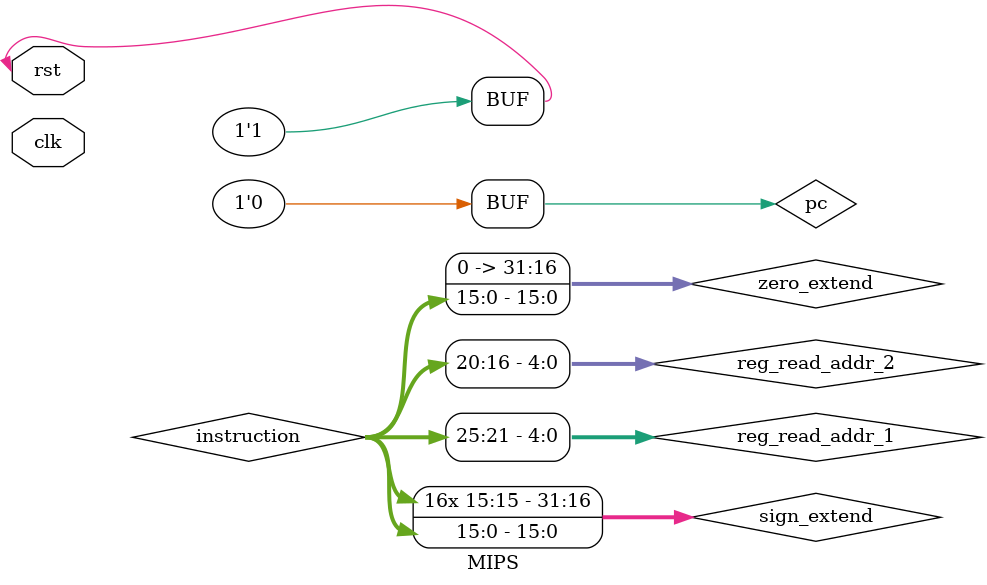
<source format=v>
`timescale 1ns / 1ps
module MIPS(
    input clk,
	 input rst
    );
	 wire[31:0] instruction;
	 wire reg_dst,reg_write,alu_op,alu_src,branch,mem_read,mem_write,mem_to_reg;
	 wire [3:0] alu_sel;
	 wire reg_write_en;
	 wire [4:0] reg_write_dest; 
	 wire [31:0] reg_write_data; 
    wire [4:0] reg_read_addr_1; 
    wire [31:0] reg_read_data_1; 
	 wire [4:0] reg_read_addr_2;
	 wire [31:0] reg_read_data_2;
	 wire [31:0] alu_input1;
	 wire [31:0] alu_input2;
	 wire [31:0] alu_output;
	 wire alu_zero;
	 wire [31:0] data_from_mem;
	 wire [31:0] sign_extend;
	 wire [31:0] zero_extend;
	 assign pc = 32'd0;
	 assign rst = 1;
	 assign zero_extend = {{16{1'b0}},instruction[15:0]}; 
	 assign sign_extend = {{16{instruction[15]}},instruction[15:0]}; 
	 //wire [31:0] pc_curr, pc_nxt;
	 
	//ProgramCounter p_counter( .clk(clk), .rst(rst), .pc_in(pc_curr), .pc_out(pc_nxt));
	 
	InstructionMemory instr_mem(.pc(pc), .instruction(instruction));
	ControlUnit control_unit(.opcode(instruction[31:26]),
		.reg_dst(reg_dst),
		.reg_write(reg_write),
		.alu_op(alu_op),
		.alu_src(alu_src),
		.branch(branch),
		.mem_read(mem_read),
		.mem_write(mem_write),
		.mem_to_reg(mem_to_reg)
	);
	ALUControl alu_ctrl(
		.func(instruction[5:0]),
		.opcode(instruction[31:26]),
		.alu_op(alu_op),
		.alu_sel(alu_sel)
	);
	assign reg_write_dest = reg_dst ? instruction[15:11] : instruction[20:16];  //0 rt 1 rd
	assign reg_write_data = mem_to_reg ? data_from_mem : alu_output; 
	assign reg_read_addr_1 = instruction[25:21]; //rs
	assign reg_read_addr_2 = instruction[20:16]; //rt
	RegisterFile reg_file(
		.clk(clk),
		.rst(rst),
		.reg_write_en(reg_write), //control
		.reg_write_dest(reg_write_dest), //mux
		.reg_write_data(reg_write_data), //mux
		.reg_read_addr_1(reg_read_addr_1),  //from instruction (rs)
		.reg_read_data_1(reg_read_data_1), //goes to alu
		.reg_read_addr_2(reg_read_addr_2), //from instruction (rt)
		.reg_read_data_2(reg_read_data_2) //goes to mux with alu_src as select
	);
	assign alu_input2 = alu_src ? sign_extend : reg_read_data_2;
	ALU alu(
		.a(reg_read_data_1), //register
		.b(alu_input2), //mux done
		.alu_sel(alu_sel), //control
		.alu_out(alu_output), //goes to memory address
		.zero(alu_zero)
	);
	DataMemory data_mem(
		.clk(clk),
		.addr(alu_output),
		.write_en(mem_write),
		.write_data(reg_read_data_2), //from reg file
		.read_en(mem_read),
		.read_data(data_from_mem) //goes to mux for write in reg
	);

endmodule

</source>
